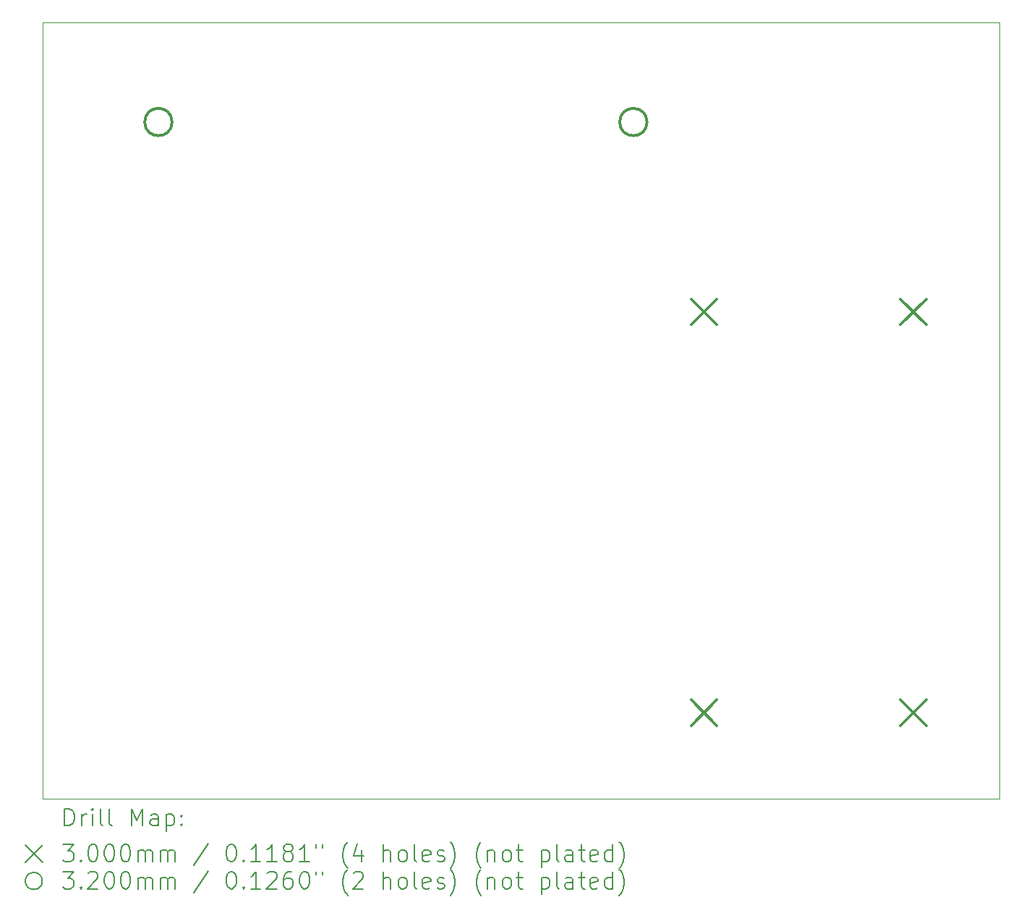
<source format=gbr>
%TF.GenerationSoftware,KiCad,Pcbnew,7.0.7*%
%TF.CreationDate,2023-11-20T10:45:52-05:00*%
%TF.ProjectId,Pocillo Termosensible,506f6369-6c6c-46f2-9054-65726d6f7365,rev?*%
%TF.SameCoordinates,Original*%
%TF.FileFunction,Drillmap*%
%TF.FilePolarity,Positive*%
%FSLAX45Y45*%
G04 Gerber Fmt 4.5, Leading zero omitted, Abs format (unit mm)*
G04 Created by KiCad (PCBNEW 7.0.7) date 2023-11-20 10:45:52*
%MOMM*%
%LPD*%
G01*
G04 APERTURE LIST*
%ADD10C,0.100000*%
%ADD11C,0.200000*%
%ADD12C,0.300000*%
%ADD13C,0.320000*%
G04 APERTURE END LIST*
D10*
X6070600Y-3048000D02*
X17272000Y-3048000D01*
X17272000Y-12141200D01*
X6070600Y-12141200D01*
X6070600Y-3048000D01*
D11*
D12*
X13663800Y-6290900D02*
X13963800Y-6590900D01*
X13963800Y-6290900D02*
X13663800Y-6590900D01*
X13663800Y-10985900D02*
X13963800Y-11285900D01*
X13963800Y-10985900D02*
X13663800Y-11285900D01*
X16114800Y-6290900D02*
X16414800Y-6590900D01*
X16414800Y-6290900D02*
X16114800Y-6590900D01*
X16114800Y-10985900D02*
X16414800Y-11285900D01*
X16414800Y-10985900D02*
X16114800Y-11285900D01*
D13*
X7584500Y-4216400D02*
G75*
G03*
X7584500Y-4216400I-160000J0D01*
G01*
X13145500Y-4216400D02*
G75*
G03*
X13145500Y-4216400I-160000J0D01*
G01*
D11*
X6326377Y-12457684D02*
X6326377Y-12257684D01*
X6326377Y-12257684D02*
X6373996Y-12257684D01*
X6373996Y-12257684D02*
X6402567Y-12267208D01*
X6402567Y-12267208D02*
X6421615Y-12286255D01*
X6421615Y-12286255D02*
X6431139Y-12305303D01*
X6431139Y-12305303D02*
X6440662Y-12343398D01*
X6440662Y-12343398D02*
X6440662Y-12371969D01*
X6440662Y-12371969D02*
X6431139Y-12410065D01*
X6431139Y-12410065D02*
X6421615Y-12429112D01*
X6421615Y-12429112D02*
X6402567Y-12448160D01*
X6402567Y-12448160D02*
X6373996Y-12457684D01*
X6373996Y-12457684D02*
X6326377Y-12457684D01*
X6526377Y-12457684D02*
X6526377Y-12324350D01*
X6526377Y-12362446D02*
X6535901Y-12343398D01*
X6535901Y-12343398D02*
X6545424Y-12333874D01*
X6545424Y-12333874D02*
X6564472Y-12324350D01*
X6564472Y-12324350D02*
X6583520Y-12324350D01*
X6650186Y-12457684D02*
X6650186Y-12324350D01*
X6650186Y-12257684D02*
X6640662Y-12267208D01*
X6640662Y-12267208D02*
X6650186Y-12276731D01*
X6650186Y-12276731D02*
X6659710Y-12267208D01*
X6659710Y-12267208D02*
X6650186Y-12257684D01*
X6650186Y-12257684D02*
X6650186Y-12276731D01*
X6773996Y-12457684D02*
X6754948Y-12448160D01*
X6754948Y-12448160D02*
X6745424Y-12429112D01*
X6745424Y-12429112D02*
X6745424Y-12257684D01*
X6878758Y-12457684D02*
X6859710Y-12448160D01*
X6859710Y-12448160D02*
X6850186Y-12429112D01*
X6850186Y-12429112D02*
X6850186Y-12257684D01*
X7107329Y-12457684D02*
X7107329Y-12257684D01*
X7107329Y-12257684D02*
X7173996Y-12400541D01*
X7173996Y-12400541D02*
X7240662Y-12257684D01*
X7240662Y-12257684D02*
X7240662Y-12457684D01*
X7421615Y-12457684D02*
X7421615Y-12352922D01*
X7421615Y-12352922D02*
X7412091Y-12333874D01*
X7412091Y-12333874D02*
X7393043Y-12324350D01*
X7393043Y-12324350D02*
X7354948Y-12324350D01*
X7354948Y-12324350D02*
X7335901Y-12333874D01*
X7421615Y-12448160D02*
X7402567Y-12457684D01*
X7402567Y-12457684D02*
X7354948Y-12457684D01*
X7354948Y-12457684D02*
X7335901Y-12448160D01*
X7335901Y-12448160D02*
X7326377Y-12429112D01*
X7326377Y-12429112D02*
X7326377Y-12410065D01*
X7326377Y-12410065D02*
X7335901Y-12391017D01*
X7335901Y-12391017D02*
X7354948Y-12381493D01*
X7354948Y-12381493D02*
X7402567Y-12381493D01*
X7402567Y-12381493D02*
X7421615Y-12371969D01*
X7516853Y-12324350D02*
X7516853Y-12524350D01*
X7516853Y-12333874D02*
X7535901Y-12324350D01*
X7535901Y-12324350D02*
X7573996Y-12324350D01*
X7573996Y-12324350D02*
X7593043Y-12333874D01*
X7593043Y-12333874D02*
X7602567Y-12343398D01*
X7602567Y-12343398D02*
X7612091Y-12362446D01*
X7612091Y-12362446D02*
X7612091Y-12419588D01*
X7612091Y-12419588D02*
X7602567Y-12438636D01*
X7602567Y-12438636D02*
X7593043Y-12448160D01*
X7593043Y-12448160D02*
X7573996Y-12457684D01*
X7573996Y-12457684D02*
X7535901Y-12457684D01*
X7535901Y-12457684D02*
X7516853Y-12448160D01*
X7697805Y-12438636D02*
X7707329Y-12448160D01*
X7707329Y-12448160D02*
X7697805Y-12457684D01*
X7697805Y-12457684D02*
X7688282Y-12448160D01*
X7688282Y-12448160D02*
X7697805Y-12438636D01*
X7697805Y-12438636D02*
X7697805Y-12457684D01*
X7697805Y-12333874D02*
X7707329Y-12343398D01*
X7707329Y-12343398D02*
X7697805Y-12352922D01*
X7697805Y-12352922D02*
X7688282Y-12343398D01*
X7688282Y-12343398D02*
X7697805Y-12333874D01*
X7697805Y-12333874D02*
X7697805Y-12352922D01*
X5865600Y-12686200D02*
X6065600Y-12886200D01*
X6065600Y-12686200D02*
X5865600Y-12886200D01*
X6307329Y-12677684D02*
X6431139Y-12677684D01*
X6431139Y-12677684D02*
X6364472Y-12753874D01*
X6364472Y-12753874D02*
X6393043Y-12753874D01*
X6393043Y-12753874D02*
X6412091Y-12763398D01*
X6412091Y-12763398D02*
X6421615Y-12772922D01*
X6421615Y-12772922D02*
X6431139Y-12791969D01*
X6431139Y-12791969D02*
X6431139Y-12839588D01*
X6431139Y-12839588D02*
X6421615Y-12858636D01*
X6421615Y-12858636D02*
X6412091Y-12868160D01*
X6412091Y-12868160D02*
X6393043Y-12877684D01*
X6393043Y-12877684D02*
X6335901Y-12877684D01*
X6335901Y-12877684D02*
X6316853Y-12868160D01*
X6316853Y-12868160D02*
X6307329Y-12858636D01*
X6516853Y-12858636D02*
X6526377Y-12868160D01*
X6526377Y-12868160D02*
X6516853Y-12877684D01*
X6516853Y-12877684D02*
X6507329Y-12868160D01*
X6507329Y-12868160D02*
X6516853Y-12858636D01*
X6516853Y-12858636D02*
X6516853Y-12877684D01*
X6650186Y-12677684D02*
X6669234Y-12677684D01*
X6669234Y-12677684D02*
X6688282Y-12687208D01*
X6688282Y-12687208D02*
X6697805Y-12696731D01*
X6697805Y-12696731D02*
X6707329Y-12715779D01*
X6707329Y-12715779D02*
X6716853Y-12753874D01*
X6716853Y-12753874D02*
X6716853Y-12801493D01*
X6716853Y-12801493D02*
X6707329Y-12839588D01*
X6707329Y-12839588D02*
X6697805Y-12858636D01*
X6697805Y-12858636D02*
X6688282Y-12868160D01*
X6688282Y-12868160D02*
X6669234Y-12877684D01*
X6669234Y-12877684D02*
X6650186Y-12877684D01*
X6650186Y-12877684D02*
X6631139Y-12868160D01*
X6631139Y-12868160D02*
X6621615Y-12858636D01*
X6621615Y-12858636D02*
X6612091Y-12839588D01*
X6612091Y-12839588D02*
X6602567Y-12801493D01*
X6602567Y-12801493D02*
X6602567Y-12753874D01*
X6602567Y-12753874D02*
X6612091Y-12715779D01*
X6612091Y-12715779D02*
X6621615Y-12696731D01*
X6621615Y-12696731D02*
X6631139Y-12687208D01*
X6631139Y-12687208D02*
X6650186Y-12677684D01*
X6840662Y-12677684D02*
X6859710Y-12677684D01*
X6859710Y-12677684D02*
X6878758Y-12687208D01*
X6878758Y-12687208D02*
X6888282Y-12696731D01*
X6888282Y-12696731D02*
X6897805Y-12715779D01*
X6897805Y-12715779D02*
X6907329Y-12753874D01*
X6907329Y-12753874D02*
X6907329Y-12801493D01*
X6907329Y-12801493D02*
X6897805Y-12839588D01*
X6897805Y-12839588D02*
X6888282Y-12858636D01*
X6888282Y-12858636D02*
X6878758Y-12868160D01*
X6878758Y-12868160D02*
X6859710Y-12877684D01*
X6859710Y-12877684D02*
X6840662Y-12877684D01*
X6840662Y-12877684D02*
X6821615Y-12868160D01*
X6821615Y-12868160D02*
X6812091Y-12858636D01*
X6812091Y-12858636D02*
X6802567Y-12839588D01*
X6802567Y-12839588D02*
X6793043Y-12801493D01*
X6793043Y-12801493D02*
X6793043Y-12753874D01*
X6793043Y-12753874D02*
X6802567Y-12715779D01*
X6802567Y-12715779D02*
X6812091Y-12696731D01*
X6812091Y-12696731D02*
X6821615Y-12687208D01*
X6821615Y-12687208D02*
X6840662Y-12677684D01*
X7031139Y-12677684D02*
X7050186Y-12677684D01*
X7050186Y-12677684D02*
X7069234Y-12687208D01*
X7069234Y-12687208D02*
X7078758Y-12696731D01*
X7078758Y-12696731D02*
X7088282Y-12715779D01*
X7088282Y-12715779D02*
X7097805Y-12753874D01*
X7097805Y-12753874D02*
X7097805Y-12801493D01*
X7097805Y-12801493D02*
X7088282Y-12839588D01*
X7088282Y-12839588D02*
X7078758Y-12858636D01*
X7078758Y-12858636D02*
X7069234Y-12868160D01*
X7069234Y-12868160D02*
X7050186Y-12877684D01*
X7050186Y-12877684D02*
X7031139Y-12877684D01*
X7031139Y-12877684D02*
X7012091Y-12868160D01*
X7012091Y-12868160D02*
X7002567Y-12858636D01*
X7002567Y-12858636D02*
X6993043Y-12839588D01*
X6993043Y-12839588D02*
X6983520Y-12801493D01*
X6983520Y-12801493D02*
X6983520Y-12753874D01*
X6983520Y-12753874D02*
X6993043Y-12715779D01*
X6993043Y-12715779D02*
X7002567Y-12696731D01*
X7002567Y-12696731D02*
X7012091Y-12687208D01*
X7012091Y-12687208D02*
X7031139Y-12677684D01*
X7183520Y-12877684D02*
X7183520Y-12744350D01*
X7183520Y-12763398D02*
X7193043Y-12753874D01*
X7193043Y-12753874D02*
X7212091Y-12744350D01*
X7212091Y-12744350D02*
X7240663Y-12744350D01*
X7240663Y-12744350D02*
X7259710Y-12753874D01*
X7259710Y-12753874D02*
X7269234Y-12772922D01*
X7269234Y-12772922D02*
X7269234Y-12877684D01*
X7269234Y-12772922D02*
X7278758Y-12753874D01*
X7278758Y-12753874D02*
X7297805Y-12744350D01*
X7297805Y-12744350D02*
X7326377Y-12744350D01*
X7326377Y-12744350D02*
X7345424Y-12753874D01*
X7345424Y-12753874D02*
X7354948Y-12772922D01*
X7354948Y-12772922D02*
X7354948Y-12877684D01*
X7450186Y-12877684D02*
X7450186Y-12744350D01*
X7450186Y-12763398D02*
X7459710Y-12753874D01*
X7459710Y-12753874D02*
X7478758Y-12744350D01*
X7478758Y-12744350D02*
X7507329Y-12744350D01*
X7507329Y-12744350D02*
X7526377Y-12753874D01*
X7526377Y-12753874D02*
X7535901Y-12772922D01*
X7535901Y-12772922D02*
X7535901Y-12877684D01*
X7535901Y-12772922D02*
X7545424Y-12753874D01*
X7545424Y-12753874D02*
X7564472Y-12744350D01*
X7564472Y-12744350D02*
X7593043Y-12744350D01*
X7593043Y-12744350D02*
X7612091Y-12753874D01*
X7612091Y-12753874D02*
X7621615Y-12772922D01*
X7621615Y-12772922D02*
X7621615Y-12877684D01*
X8012091Y-12668160D02*
X7840663Y-12925303D01*
X8269234Y-12677684D02*
X8288282Y-12677684D01*
X8288282Y-12677684D02*
X8307329Y-12687208D01*
X8307329Y-12687208D02*
X8316853Y-12696731D01*
X8316853Y-12696731D02*
X8326377Y-12715779D01*
X8326377Y-12715779D02*
X8335901Y-12753874D01*
X8335901Y-12753874D02*
X8335901Y-12801493D01*
X8335901Y-12801493D02*
X8326377Y-12839588D01*
X8326377Y-12839588D02*
X8316853Y-12858636D01*
X8316853Y-12858636D02*
X8307329Y-12868160D01*
X8307329Y-12868160D02*
X8288282Y-12877684D01*
X8288282Y-12877684D02*
X8269234Y-12877684D01*
X8269234Y-12877684D02*
X8250186Y-12868160D01*
X8250186Y-12868160D02*
X8240663Y-12858636D01*
X8240663Y-12858636D02*
X8231139Y-12839588D01*
X8231139Y-12839588D02*
X8221615Y-12801493D01*
X8221615Y-12801493D02*
X8221615Y-12753874D01*
X8221615Y-12753874D02*
X8231139Y-12715779D01*
X8231139Y-12715779D02*
X8240663Y-12696731D01*
X8240663Y-12696731D02*
X8250186Y-12687208D01*
X8250186Y-12687208D02*
X8269234Y-12677684D01*
X8421615Y-12858636D02*
X8431139Y-12868160D01*
X8431139Y-12868160D02*
X8421615Y-12877684D01*
X8421615Y-12877684D02*
X8412091Y-12868160D01*
X8412091Y-12868160D02*
X8421615Y-12858636D01*
X8421615Y-12858636D02*
X8421615Y-12877684D01*
X8621615Y-12877684D02*
X8507329Y-12877684D01*
X8564472Y-12877684D02*
X8564472Y-12677684D01*
X8564472Y-12677684D02*
X8545425Y-12706255D01*
X8545425Y-12706255D02*
X8526377Y-12725303D01*
X8526377Y-12725303D02*
X8507329Y-12734827D01*
X8812091Y-12877684D02*
X8697806Y-12877684D01*
X8754948Y-12877684D02*
X8754948Y-12677684D01*
X8754948Y-12677684D02*
X8735901Y-12706255D01*
X8735901Y-12706255D02*
X8716853Y-12725303D01*
X8716853Y-12725303D02*
X8697806Y-12734827D01*
X8926377Y-12763398D02*
X8907329Y-12753874D01*
X8907329Y-12753874D02*
X8897806Y-12744350D01*
X8897806Y-12744350D02*
X8888282Y-12725303D01*
X8888282Y-12725303D02*
X8888282Y-12715779D01*
X8888282Y-12715779D02*
X8897806Y-12696731D01*
X8897806Y-12696731D02*
X8907329Y-12687208D01*
X8907329Y-12687208D02*
X8926377Y-12677684D01*
X8926377Y-12677684D02*
X8964472Y-12677684D01*
X8964472Y-12677684D02*
X8983520Y-12687208D01*
X8983520Y-12687208D02*
X8993044Y-12696731D01*
X8993044Y-12696731D02*
X9002568Y-12715779D01*
X9002568Y-12715779D02*
X9002568Y-12725303D01*
X9002568Y-12725303D02*
X8993044Y-12744350D01*
X8993044Y-12744350D02*
X8983520Y-12753874D01*
X8983520Y-12753874D02*
X8964472Y-12763398D01*
X8964472Y-12763398D02*
X8926377Y-12763398D01*
X8926377Y-12763398D02*
X8907329Y-12772922D01*
X8907329Y-12772922D02*
X8897806Y-12782446D01*
X8897806Y-12782446D02*
X8888282Y-12801493D01*
X8888282Y-12801493D02*
X8888282Y-12839588D01*
X8888282Y-12839588D02*
X8897806Y-12858636D01*
X8897806Y-12858636D02*
X8907329Y-12868160D01*
X8907329Y-12868160D02*
X8926377Y-12877684D01*
X8926377Y-12877684D02*
X8964472Y-12877684D01*
X8964472Y-12877684D02*
X8983520Y-12868160D01*
X8983520Y-12868160D02*
X8993044Y-12858636D01*
X8993044Y-12858636D02*
X9002568Y-12839588D01*
X9002568Y-12839588D02*
X9002568Y-12801493D01*
X9002568Y-12801493D02*
X8993044Y-12782446D01*
X8993044Y-12782446D02*
X8983520Y-12772922D01*
X8983520Y-12772922D02*
X8964472Y-12763398D01*
X9193044Y-12877684D02*
X9078758Y-12877684D01*
X9135901Y-12877684D02*
X9135901Y-12677684D01*
X9135901Y-12677684D02*
X9116853Y-12706255D01*
X9116853Y-12706255D02*
X9097806Y-12725303D01*
X9097806Y-12725303D02*
X9078758Y-12734827D01*
X9269234Y-12677684D02*
X9269234Y-12715779D01*
X9345425Y-12677684D02*
X9345425Y-12715779D01*
X9640663Y-12953874D02*
X9631139Y-12944350D01*
X9631139Y-12944350D02*
X9612091Y-12915779D01*
X9612091Y-12915779D02*
X9602568Y-12896731D01*
X9602568Y-12896731D02*
X9593044Y-12868160D01*
X9593044Y-12868160D02*
X9583520Y-12820541D01*
X9583520Y-12820541D02*
X9583520Y-12782446D01*
X9583520Y-12782446D02*
X9593044Y-12734827D01*
X9593044Y-12734827D02*
X9602568Y-12706255D01*
X9602568Y-12706255D02*
X9612091Y-12687208D01*
X9612091Y-12687208D02*
X9631139Y-12658636D01*
X9631139Y-12658636D02*
X9640663Y-12649112D01*
X9802568Y-12744350D02*
X9802568Y-12877684D01*
X9754949Y-12668160D02*
X9707330Y-12811017D01*
X9707330Y-12811017D02*
X9831139Y-12811017D01*
X10059711Y-12877684D02*
X10059711Y-12677684D01*
X10145425Y-12877684D02*
X10145425Y-12772922D01*
X10145425Y-12772922D02*
X10135901Y-12753874D01*
X10135901Y-12753874D02*
X10116853Y-12744350D01*
X10116853Y-12744350D02*
X10088282Y-12744350D01*
X10088282Y-12744350D02*
X10069234Y-12753874D01*
X10069234Y-12753874D02*
X10059711Y-12763398D01*
X10269234Y-12877684D02*
X10250187Y-12868160D01*
X10250187Y-12868160D02*
X10240663Y-12858636D01*
X10240663Y-12858636D02*
X10231139Y-12839588D01*
X10231139Y-12839588D02*
X10231139Y-12782446D01*
X10231139Y-12782446D02*
X10240663Y-12763398D01*
X10240663Y-12763398D02*
X10250187Y-12753874D01*
X10250187Y-12753874D02*
X10269234Y-12744350D01*
X10269234Y-12744350D02*
X10297806Y-12744350D01*
X10297806Y-12744350D02*
X10316853Y-12753874D01*
X10316853Y-12753874D02*
X10326377Y-12763398D01*
X10326377Y-12763398D02*
X10335901Y-12782446D01*
X10335901Y-12782446D02*
X10335901Y-12839588D01*
X10335901Y-12839588D02*
X10326377Y-12858636D01*
X10326377Y-12858636D02*
X10316853Y-12868160D01*
X10316853Y-12868160D02*
X10297806Y-12877684D01*
X10297806Y-12877684D02*
X10269234Y-12877684D01*
X10450187Y-12877684D02*
X10431139Y-12868160D01*
X10431139Y-12868160D02*
X10421615Y-12849112D01*
X10421615Y-12849112D02*
X10421615Y-12677684D01*
X10602568Y-12868160D02*
X10583520Y-12877684D01*
X10583520Y-12877684D02*
X10545425Y-12877684D01*
X10545425Y-12877684D02*
X10526377Y-12868160D01*
X10526377Y-12868160D02*
X10516853Y-12849112D01*
X10516853Y-12849112D02*
X10516853Y-12772922D01*
X10516853Y-12772922D02*
X10526377Y-12753874D01*
X10526377Y-12753874D02*
X10545425Y-12744350D01*
X10545425Y-12744350D02*
X10583520Y-12744350D01*
X10583520Y-12744350D02*
X10602568Y-12753874D01*
X10602568Y-12753874D02*
X10612092Y-12772922D01*
X10612092Y-12772922D02*
X10612092Y-12791969D01*
X10612092Y-12791969D02*
X10516853Y-12811017D01*
X10688282Y-12868160D02*
X10707330Y-12877684D01*
X10707330Y-12877684D02*
X10745425Y-12877684D01*
X10745425Y-12877684D02*
X10764473Y-12868160D01*
X10764473Y-12868160D02*
X10773996Y-12849112D01*
X10773996Y-12849112D02*
X10773996Y-12839588D01*
X10773996Y-12839588D02*
X10764473Y-12820541D01*
X10764473Y-12820541D02*
X10745425Y-12811017D01*
X10745425Y-12811017D02*
X10716853Y-12811017D01*
X10716853Y-12811017D02*
X10697806Y-12801493D01*
X10697806Y-12801493D02*
X10688282Y-12782446D01*
X10688282Y-12782446D02*
X10688282Y-12772922D01*
X10688282Y-12772922D02*
X10697806Y-12753874D01*
X10697806Y-12753874D02*
X10716853Y-12744350D01*
X10716853Y-12744350D02*
X10745425Y-12744350D01*
X10745425Y-12744350D02*
X10764473Y-12753874D01*
X10840663Y-12953874D02*
X10850187Y-12944350D01*
X10850187Y-12944350D02*
X10869234Y-12915779D01*
X10869234Y-12915779D02*
X10878758Y-12896731D01*
X10878758Y-12896731D02*
X10888282Y-12868160D01*
X10888282Y-12868160D02*
X10897806Y-12820541D01*
X10897806Y-12820541D02*
X10897806Y-12782446D01*
X10897806Y-12782446D02*
X10888282Y-12734827D01*
X10888282Y-12734827D02*
X10878758Y-12706255D01*
X10878758Y-12706255D02*
X10869234Y-12687208D01*
X10869234Y-12687208D02*
X10850187Y-12658636D01*
X10850187Y-12658636D02*
X10840663Y-12649112D01*
X11202568Y-12953874D02*
X11193044Y-12944350D01*
X11193044Y-12944350D02*
X11173996Y-12915779D01*
X11173996Y-12915779D02*
X11164473Y-12896731D01*
X11164473Y-12896731D02*
X11154949Y-12868160D01*
X11154949Y-12868160D02*
X11145425Y-12820541D01*
X11145425Y-12820541D02*
X11145425Y-12782446D01*
X11145425Y-12782446D02*
X11154949Y-12734827D01*
X11154949Y-12734827D02*
X11164473Y-12706255D01*
X11164473Y-12706255D02*
X11173996Y-12687208D01*
X11173996Y-12687208D02*
X11193044Y-12658636D01*
X11193044Y-12658636D02*
X11202568Y-12649112D01*
X11278758Y-12744350D02*
X11278758Y-12877684D01*
X11278758Y-12763398D02*
X11288282Y-12753874D01*
X11288282Y-12753874D02*
X11307330Y-12744350D01*
X11307330Y-12744350D02*
X11335901Y-12744350D01*
X11335901Y-12744350D02*
X11354949Y-12753874D01*
X11354949Y-12753874D02*
X11364472Y-12772922D01*
X11364472Y-12772922D02*
X11364472Y-12877684D01*
X11488282Y-12877684D02*
X11469234Y-12868160D01*
X11469234Y-12868160D02*
X11459711Y-12858636D01*
X11459711Y-12858636D02*
X11450187Y-12839588D01*
X11450187Y-12839588D02*
X11450187Y-12782446D01*
X11450187Y-12782446D02*
X11459711Y-12763398D01*
X11459711Y-12763398D02*
X11469234Y-12753874D01*
X11469234Y-12753874D02*
X11488282Y-12744350D01*
X11488282Y-12744350D02*
X11516853Y-12744350D01*
X11516853Y-12744350D02*
X11535901Y-12753874D01*
X11535901Y-12753874D02*
X11545425Y-12763398D01*
X11545425Y-12763398D02*
X11554949Y-12782446D01*
X11554949Y-12782446D02*
X11554949Y-12839588D01*
X11554949Y-12839588D02*
X11545425Y-12858636D01*
X11545425Y-12858636D02*
X11535901Y-12868160D01*
X11535901Y-12868160D02*
X11516853Y-12877684D01*
X11516853Y-12877684D02*
X11488282Y-12877684D01*
X11612092Y-12744350D02*
X11688282Y-12744350D01*
X11640663Y-12677684D02*
X11640663Y-12849112D01*
X11640663Y-12849112D02*
X11650187Y-12868160D01*
X11650187Y-12868160D02*
X11669234Y-12877684D01*
X11669234Y-12877684D02*
X11688282Y-12877684D01*
X11907330Y-12744350D02*
X11907330Y-12944350D01*
X11907330Y-12753874D02*
X11926377Y-12744350D01*
X11926377Y-12744350D02*
X11964473Y-12744350D01*
X11964473Y-12744350D02*
X11983520Y-12753874D01*
X11983520Y-12753874D02*
X11993044Y-12763398D01*
X11993044Y-12763398D02*
X12002568Y-12782446D01*
X12002568Y-12782446D02*
X12002568Y-12839588D01*
X12002568Y-12839588D02*
X11993044Y-12858636D01*
X11993044Y-12858636D02*
X11983520Y-12868160D01*
X11983520Y-12868160D02*
X11964473Y-12877684D01*
X11964473Y-12877684D02*
X11926377Y-12877684D01*
X11926377Y-12877684D02*
X11907330Y-12868160D01*
X12116853Y-12877684D02*
X12097806Y-12868160D01*
X12097806Y-12868160D02*
X12088282Y-12849112D01*
X12088282Y-12849112D02*
X12088282Y-12677684D01*
X12278758Y-12877684D02*
X12278758Y-12772922D01*
X12278758Y-12772922D02*
X12269234Y-12753874D01*
X12269234Y-12753874D02*
X12250187Y-12744350D01*
X12250187Y-12744350D02*
X12212092Y-12744350D01*
X12212092Y-12744350D02*
X12193044Y-12753874D01*
X12278758Y-12868160D02*
X12259711Y-12877684D01*
X12259711Y-12877684D02*
X12212092Y-12877684D01*
X12212092Y-12877684D02*
X12193044Y-12868160D01*
X12193044Y-12868160D02*
X12183520Y-12849112D01*
X12183520Y-12849112D02*
X12183520Y-12830065D01*
X12183520Y-12830065D02*
X12193044Y-12811017D01*
X12193044Y-12811017D02*
X12212092Y-12801493D01*
X12212092Y-12801493D02*
X12259711Y-12801493D01*
X12259711Y-12801493D02*
X12278758Y-12791969D01*
X12345425Y-12744350D02*
X12421615Y-12744350D01*
X12373996Y-12677684D02*
X12373996Y-12849112D01*
X12373996Y-12849112D02*
X12383520Y-12868160D01*
X12383520Y-12868160D02*
X12402568Y-12877684D01*
X12402568Y-12877684D02*
X12421615Y-12877684D01*
X12564473Y-12868160D02*
X12545425Y-12877684D01*
X12545425Y-12877684D02*
X12507330Y-12877684D01*
X12507330Y-12877684D02*
X12488282Y-12868160D01*
X12488282Y-12868160D02*
X12478758Y-12849112D01*
X12478758Y-12849112D02*
X12478758Y-12772922D01*
X12478758Y-12772922D02*
X12488282Y-12753874D01*
X12488282Y-12753874D02*
X12507330Y-12744350D01*
X12507330Y-12744350D02*
X12545425Y-12744350D01*
X12545425Y-12744350D02*
X12564473Y-12753874D01*
X12564473Y-12753874D02*
X12573996Y-12772922D01*
X12573996Y-12772922D02*
X12573996Y-12791969D01*
X12573996Y-12791969D02*
X12478758Y-12811017D01*
X12745425Y-12877684D02*
X12745425Y-12677684D01*
X12745425Y-12868160D02*
X12726377Y-12877684D01*
X12726377Y-12877684D02*
X12688282Y-12877684D01*
X12688282Y-12877684D02*
X12669234Y-12868160D01*
X12669234Y-12868160D02*
X12659711Y-12858636D01*
X12659711Y-12858636D02*
X12650187Y-12839588D01*
X12650187Y-12839588D02*
X12650187Y-12782446D01*
X12650187Y-12782446D02*
X12659711Y-12763398D01*
X12659711Y-12763398D02*
X12669234Y-12753874D01*
X12669234Y-12753874D02*
X12688282Y-12744350D01*
X12688282Y-12744350D02*
X12726377Y-12744350D01*
X12726377Y-12744350D02*
X12745425Y-12753874D01*
X12821615Y-12953874D02*
X12831139Y-12944350D01*
X12831139Y-12944350D02*
X12850187Y-12915779D01*
X12850187Y-12915779D02*
X12859711Y-12896731D01*
X12859711Y-12896731D02*
X12869234Y-12868160D01*
X12869234Y-12868160D02*
X12878758Y-12820541D01*
X12878758Y-12820541D02*
X12878758Y-12782446D01*
X12878758Y-12782446D02*
X12869234Y-12734827D01*
X12869234Y-12734827D02*
X12859711Y-12706255D01*
X12859711Y-12706255D02*
X12850187Y-12687208D01*
X12850187Y-12687208D02*
X12831139Y-12658636D01*
X12831139Y-12658636D02*
X12821615Y-12649112D01*
X6065600Y-13106200D02*
G75*
G03*
X6065600Y-13106200I-100000J0D01*
G01*
X6307329Y-12997684D02*
X6431139Y-12997684D01*
X6431139Y-12997684D02*
X6364472Y-13073874D01*
X6364472Y-13073874D02*
X6393043Y-13073874D01*
X6393043Y-13073874D02*
X6412091Y-13083398D01*
X6412091Y-13083398D02*
X6421615Y-13092922D01*
X6421615Y-13092922D02*
X6431139Y-13111969D01*
X6431139Y-13111969D02*
X6431139Y-13159588D01*
X6431139Y-13159588D02*
X6421615Y-13178636D01*
X6421615Y-13178636D02*
X6412091Y-13188160D01*
X6412091Y-13188160D02*
X6393043Y-13197684D01*
X6393043Y-13197684D02*
X6335901Y-13197684D01*
X6335901Y-13197684D02*
X6316853Y-13188160D01*
X6316853Y-13188160D02*
X6307329Y-13178636D01*
X6516853Y-13178636D02*
X6526377Y-13188160D01*
X6526377Y-13188160D02*
X6516853Y-13197684D01*
X6516853Y-13197684D02*
X6507329Y-13188160D01*
X6507329Y-13188160D02*
X6516853Y-13178636D01*
X6516853Y-13178636D02*
X6516853Y-13197684D01*
X6602567Y-13016731D02*
X6612091Y-13007208D01*
X6612091Y-13007208D02*
X6631139Y-12997684D01*
X6631139Y-12997684D02*
X6678758Y-12997684D01*
X6678758Y-12997684D02*
X6697805Y-13007208D01*
X6697805Y-13007208D02*
X6707329Y-13016731D01*
X6707329Y-13016731D02*
X6716853Y-13035779D01*
X6716853Y-13035779D02*
X6716853Y-13054827D01*
X6716853Y-13054827D02*
X6707329Y-13083398D01*
X6707329Y-13083398D02*
X6593043Y-13197684D01*
X6593043Y-13197684D02*
X6716853Y-13197684D01*
X6840662Y-12997684D02*
X6859710Y-12997684D01*
X6859710Y-12997684D02*
X6878758Y-13007208D01*
X6878758Y-13007208D02*
X6888282Y-13016731D01*
X6888282Y-13016731D02*
X6897805Y-13035779D01*
X6897805Y-13035779D02*
X6907329Y-13073874D01*
X6907329Y-13073874D02*
X6907329Y-13121493D01*
X6907329Y-13121493D02*
X6897805Y-13159588D01*
X6897805Y-13159588D02*
X6888282Y-13178636D01*
X6888282Y-13178636D02*
X6878758Y-13188160D01*
X6878758Y-13188160D02*
X6859710Y-13197684D01*
X6859710Y-13197684D02*
X6840662Y-13197684D01*
X6840662Y-13197684D02*
X6821615Y-13188160D01*
X6821615Y-13188160D02*
X6812091Y-13178636D01*
X6812091Y-13178636D02*
X6802567Y-13159588D01*
X6802567Y-13159588D02*
X6793043Y-13121493D01*
X6793043Y-13121493D02*
X6793043Y-13073874D01*
X6793043Y-13073874D02*
X6802567Y-13035779D01*
X6802567Y-13035779D02*
X6812091Y-13016731D01*
X6812091Y-13016731D02*
X6821615Y-13007208D01*
X6821615Y-13007208D02*
X6840662Y-12997684D01*
X7031139Y-12997684D02*
X7050186Y-12997684D01*
X7050186Y-12997684D02*
X7069234Y-13007208D01*
X7069234Y-13007208D02*
X7078758Y-13016731D01*
X7078758Y-13016731D02*
X7088282Y-13035779D01*
X7088282Y-13035779D02*
X7097805Y-13073874D01*
X7097805Y-13073874D02*
X7097805Y-13121493D01*
X7097805Y-13121493D02*
X7088282Y-13159588D01*
X7088282Y-13159588D02*
X7078758Y-13178636D01*
X7078758Y-13178636D02*
X7069234Y-13188160D01*
X7069234Y-13188160D02*
X7050186Y-13197684D01*
X7050186Y-13197684D02*
X7031139Y-13197684D01*
X7031139Y-13197684D02*
X7012091Y-13188160D01*
X7012091Y-13188160D02*
X7002567Y-13178636D01*
X7002567Y-13178636D02*
X6993043Y-13159588D01*
X6993043Y-13159588D02*
X6983520Y-13121493D01*
X6983520Y-13121493D02*
X6983520Y-13073874D01*
X6983520Y-13073874D02*
X6993043Y-13035779D01*
X6993043Y-13035779D02*
X7002567Y-13016731D01*
X7002567Y-13016731D02*
X7012091Y-13007208D01*
X7012091Y-13007208D02*
X7031139Y-12997684D01*
X7183520Y-13197684D02*
X7183520Y-13064350D01*
X7183520Y-13083398D02*
X7193043Y-13073874D01*
X7193043Y-13073874D02*
X7212091Y-13064350D01*
X7212091Y-13064350D02*
X7240663Y-13064350D01*
X7240663Y-13064350D02*
X7259710Y-13073874D01*
X7259710Y-13073874D02*
X7269234Y-13092922D01*
X7269234Y-13092922D02*
X7269234Y-13197684D01*
X7269234Y-13092922D02*
X7278758Y-13073874D01*
X7278758Y-13073874D02*
X7297805Y-13064350D01*
X7297805Y-13064350D02*
X7326377Y-13064350D01*
X7326377Y-13064350D02*
X7345424Y-13073874D01*
X7345424Y-13073874D02*
X7354948Y-13092922D01*
X7354948Y-13092922D02*
X7354948Y-13197684D01*
X7450186Y-13197684D02*
X7450186Y-13064350D01*
X7450186Y-13083398D02*
X7459710Y-13073874D01*
X7459710Y-13073874D02*
X7478758Y-13064350D01*
X7478758Y-13064350D02*
X7507329Y-13064350D01*
X7507329Y-13064350D02*
X7526377Y-13073874D01*
X7526377Y-13073874D02*
X7535901Y-13092922D01*
X7535901Y-13092922D02*
X7535901Y-13197684D01*
X7535901Y-13092922D02*
X7545424Y-13073874D01*
X7545424Y-13073874D02*
X7564472Y-13064350D01*
X7564472Y-13064350D02*
X7593043Y-13064350D01*
X7593043Y-13064350D02*
X7612091Y-13073874D01*
X7612091Y-13073874D02*
X7621615Y-13092922D01*
X7621615Y-13092922D02*
X7621615Y-13197684D01*
X8012091Y-12988160D02*
X7840663Y-13245303D01*
X8269234Y-12997684D02*
X8288282Y-12997684D01*
X8288282Y-12997684D02*
X8307329Y-13007208D01*
X8307329Y-13007208D02*
X8316853Y-13016731D01*
X8316853Y-13016731D02*
X8326377Y-13035779D01*
X8326377Y-13035779D02*
X8335901Y-13073874D01*
X8335901Y-13073874D02*
X8335901Y-13121493D01*
X8335901Y-13121493D02*
X8326377Y-13159588D01*
X8326377Y-13159588D02*
X8316853Y-13178636D01*
X8316853Y-13178636D02*
X8307329Y-13188160D01*
X8307329Y-13188160D02*
X8288282Y-13197684D01*
X8288282Y-13197684D02*
X8269234Y-13197684D01*
X8269234Y-13197684D02*
X8250186Y-13188160D01*
X8250186Y-13188160D02*
X8240663Y-13178636D01*
X8240663Y-13178636D02*
X8231139Y-13159588D01*
X8231139Y-13159588D02*
X8221615Y-13121493D01*
X8221615Y-13121493D02*
X8221615Y-13073874D01*
X8221615Y-13073874D02*
X8231139Y-13035779D01*
X8231139Y-13035779D02*
X8240663Y-13016731D01*
X8240663Y-13016731D02*
X8250186Y-13007208D01*
X8250186Y-13007208D02*
X8269234Y-12997684D01*
X8421615Y-13178636D02*
X8431139Y-13188160D01*
X8431139Y-13188160D02*
X8421615Y-13197684D01*
X8421615Y-13197684D02*
X8412091Y-13188160D01*
X8412091Y-13188160D02*
X8421615Y-13178636D01*
X8421615Y-13178636D02*
X8421615Y-13197684D01*
X8621615Y-13197684D02*
X8507329Y-13197684D01*
X8564472Y-13197684D02*
X8564472Y-12997684D01*
X8564472Y-12997684D02*
X8545425Y-13026255D01*
X8545425Y-13026255D02*
X8526377Y-13045303D01*
X8526377Y-13045303D02*
X8507329Y-13054827D01*
X8697806Y-13016731D02*
X8707329Y-13007208D01*
X8707329Y-13007208D02*
X8726377Y-12997684D01*
X8726377Y-12997684D02*
X8773996Y-12997684D01*
X8773996Y-12997684D02*
X8793044Y-13007208D01*
X8793044Y-13007208D02*
X8802568Y-13016731D01*
X8802568Y-13016731D02*
X8812091Y-13035779D01*
X8812091Y-13035779D02*
X8812091Y-13054827D01*
X8812091Y-13054827D02*
X8802568Y-13083398D01*
X8802568Y-13083398D02*
X8688282Y-13197684D01*
X8688282Y-13197684D02*
X8812091Y-13197684D01*
X8983520Y-12997684D02*
X8945425Y-12997684D01*
X8945425Y-12997684D02*
X8926377Y-13007208D01*
X8926377Y-13007208D02*
X8916853Y-13016731D01*
X8916853Y-13016731D02*
X8897806Y-13045303D01*
X8897806Y-13045303D02*
X8888282Y-13083398D01*
X8888282Y-13083398D02*
X8888282Y-13159588D01*
X8888282Y-13159588D02*
X8897806Y-13178636D01*
X8897806Y-13178636D02*
X8907329Y-13188160D01*
X8907329Y-13188160D02*
X8926377Y-13197684D01*
X8926377Y-13197684D02*
X8964472Y-13197684D01*
X8964472Y-13197684D02*
X8983520Y-13188160D01*
X8983520Y-13188160D02*
X8993044Y-13178636D01*
X8993044Y-13178636D02*
X9002568Y-13159588D01*
X9002568Y-13159588D02*
X9002568Y-13111969D01*
X9002568Y-13111969D02*
X8993044Y-13092922D01*
X8993044Y-13092922D02*
X8983520Y-13083398D01*
X8983520Y-13083398D02*
X8964472Y-13073874D01*
X8964472Y-13073874D02*
X8926377Y-13073874D01*
X8926377Y-13073874D02*
X8907329Y-13083398D01*
X8907329Y-13083398D02*
X8897806Y-13092922D01*
X8897806Y-13092922D02*
X8888282Y-13111969D01*
X9126377Y-12997684D02*
X9145425Y-12997684D01*
X9145425Y-12997684D02*
X9164472Y-13007208D01*
X9164472Y-13007208D02*
X9173996Y-13016731D01*
X9173996Y-13016731D02*
X9183520Y-13035779D01*
X9183520Y-13035779D02*
X9193044Y-13073874D01*
X9193044Y-13073874D02*
X9193044Y-13121493D01*
X9193044Y-13121493D02*
X9183520Y-13159588D01*
X9183520Y-13159588D02*
X9173996Y-13178636D01*
X9173996Y-13178636D02*
X9164472Y-13188160D01*
X9164472Y-13188160D02*
X9145425Y-13197684D01*
X9145425Y-13197684D02*
X9126377Y-13197684D01*
X9126377Y-13197684D02*
X9107329Y-13188160D01*
X9107329Y-13188160D02*
X9097806Y-13178636D01*
X9097806Y-13178636D02*
X9088282Y-13159588D01*
X9088282Y-13159588D02*
X9078758Y-13121493D01*
X9078758Y-13121493D02*
X9078758Y-13073874D01*
X9078758Y-13073874D02*
X9088282Y-13035779D01*
X9088282Y-13035779D02*
X9097806Y-13016731D01*
X9097806Y-13016731D02*
X9107329Y-13007208D01*
X9107329Y-13007208D02*
X9126377Y-12997684D01*
X9269234Y-12997684D02*
X9269234Y-13035779D01*
X9345425Y-12997684D02*
X9345425Y-13035779D01*
X9640663Y-13273874D02*
X9631139Y-13264350D01*
X9631139Y-13264350D02*
X9612091Y-13235779D01*
X9612091Y-13235779D02*
X9602568Y-13216731D01*
X9602568Y-13216731D02*
X9593044Y-13188160D01*
X9593044Y-13188160D02*
X9583520Y-13140541D01*
X9583520Y-13140541D02*
X9583520Y-13102446D01*
X9583520Y-13102446D02*
X9593044Y-13054827D01*
X9593044Y-13054827D02*
X9602568Y-13026255D01*
X9602568Y-13026255D02*
X9612091Y-13007208D01*
X9612091Y-13007208D02*
X9631139Y-12978636D01*
X9631139Y-12978636D02*
X9640663Y-12969112D01*
X9707330Y-13016731D02*
X9716853Y-13007208D01*
X9716853Y-13007208D02*
X9735901Y-12997684D01*
X9735901Y-12997684D02*
X9783520Y-12997684D01*
X9783520Y-12997684D02*
X9802568Y-13007208D01*
X9802568Y-13007208D02*
X9812091Y-13016731D01*
X9812091Y-13016731D02*
X9821615Y-13035779D01*
X9821615Y-13035779D02*
X9821615Y-13054827D01*
X9821615Y-13054827D02*
X9812091Y-13083398D01*
X9812091Y-13083398D02*
X9697806Y-13197684D01*
X9697806Y-13197684D02*
X9821615Y-13197684D01*
X10059711Y-13197684D02*
X10059711Y-12997684D01*
X10145425Y-13197684D02*
X10145425Y-13092922D01*
X10145425Y-13092922D02*
X10135901Y-13073874D01*
X10135901Y-13073874D02*
X10116853Y-13064350D01*
X10116853Y-13064350D02*
X10088282Y-13064350D01*
X10088282Y-13064350D02*
X10069234Y-13073874D01*
X10069234Y-13073874D02*
X10059711Y-13083398D01*
X10269234Y-13197684D02*
X10250187Y-13188160D01*
X10250187Y-13188160D02*
X10240663Y-13178636D01*
X10240663Y-13178636D02*
X10231139Y-13159588D01*
X10231139Y-13159588D02*
X10231139Y-13102446D01*
X10231139Y-13102446D02*
X10240663Y-13083398D01*
X10240663Y-13083398D02*
X10250187Y-13073874D01*
X10250187Y-13073874D02*
X10269234Y-13064350D01*
X10269234Y-13064350D02*
X10297806Y-13064350D01*
X10297806Y-13064350D02*
X10316853Y-13073874D01*
X10316853Y-13073874D02*
X10326377Y-13083398D01*
X10326377Y-13083398D02*
X10335901Y-13102446D01*
X10335901Y-13102446D02*
X10335901Y-13159588D01*
X10335901Y-13159588D02*
X10326377Y-13178636D01*
X10326377Y-13178636D02*
X10316853Y-13188160D01*
X10316853Y-13188160D02*
X10297806Y-13197684D01*
X10297806Y-13197684D02*
X10269234Y-13197684D01*
X10450187Y-13197684D02*
X10431139Y-13188160D01*
X10431139Y-13188160D02*
X10421615Y-13169112D01*
X10421615Y-13169112D02*
X10421615Y-12997684D01*
X10602568Y-13188160D02*
X10583520Y-13197684D01*
X10583520Y-13197684D02*
X10545425Y-13197684D01*
X10545425Y-13197684D02*
X10526377Y-13188160D01*
X10526377Y-13188160D02*
X10516853Y-13169112D01*
X10516853Y-13169112D02*
X10516853Y-13092922D01*
X10516853Y-13092922D02*
X10526377Y-13073874D01*
X10526377Y-13073874D02*
X10545425Y-13064350D01*
X10545425Y-13064350D02*
X10583520Y-13064350D01*
X10583520Y-13064350D02*
X10602568Y-13073874D01*
X10602568Y-13073874D02*
X10612092Y-13092922D01*
X10612092Y-13092922D02*
X10612092Y-13111969D01*
X10612092Y-13111969D02*
X10516853Y-13131017D01*
X10688282Y-13188160D02*
X10707330Y-13197684D01*
X10707330Y-13197684D02*
X10745425Y-13197684D01*
X10745425Y-13197684D02*
X10764473Y-13188160D01*
X10764473Y-13188160D02*
X10773996Y-13169112D01*
X10773996Y-13169112D02*
X10773996Y-13159588D01*
X10773996Y-13159588D02*
X10764473Y-13140541D01*
X10764473Y-13140541D02*
X10745425Y-13131017D01*
X10745425Y-13131017D02*
X10716853Y-13131017D01*
X10716853Y-13131017D02*
X10697806Y-13121493D01*
X10697806Y-13121493D02*
X10688282Y-13102446D01*
X10688282Y-13102446D02*
X10688282Y-13092922D01*
X10688282Y-13092922D02*
X10697806Y-13073874D01*
X10697806Y-13073874D02*
X10716853Y-13064350D01*
X10716853Y-13064350D02*
X10745425Y-13064350D01*
X10745425Y-13064350D02*
X10764473Y-13073874D01*
X10840663Y-13273874D02*
X10850187Y-13264350D01*
X10850187Y-13264350D02*
X10869234Y-13235779D01*
X10869234Y-13235779D02*
X10878758Y-13216731D01*
X10878758Y-13216731D02*
X10888282Y-13188160D01*
X10888282Y-13188160D02*
X10897806Y-13140541D01*
X10897806Y-13140541D02*
X10897806Y-13102446D01*
X10897806Y-13102446D02*
X10888282Y-13054827D01*
X10888282Y-13054827D02*
X10878758Y-13026255D01*
X10878758Y-13026255D02*
X10869234Y-13007208D01*
X10869234Y-13007208D02*
X10850187Y-12978636D01*
X10850187Y-12978636D02*
X10840663Y-12969112D01*
X11202568Y-13273874D02*
X11193044Y-13264350D01*
X11193044Y-13264350D02*
X11173996Y-13235779D01*
X11173996Y-13235779D02*
X11164473Y-13216731D01*
X11164473Y-13216731D02*
X11154949Y-13188160D01*
X11154949Y-13188160D02*
X11145425Y-13140541D01*
X11145425Y-13140541D02*
X11145425Y-13102446D01*
X11145425Y-13102446D02*
X11154949Y-13054827D01*
X11154949Y-13054827D02*
X11164473Y-13026255D01*
X11164473Y-13026255D02*
X11173996Y-13007208D01*
X11173996Y-13007208D02*
X11193044Y-12978636D01*
X11193044Y-12978636D02*
X11202568Y-12969112D01*
X11278758Y-13064350D02*
X11278758Y-13197684D01*
X11278758Y-13083398D02*
X11288282Y-13073874D01*
X11288282Y-13073874D02*
X11307330Y-13064350D01*
X11307330Y-13064350D02*
X11335901Y-13064350D01*
X11335901Y-13064350D02*
X11354949Y-13073874D01*
X11354949Y-13073874D02*
X11364472Y-13092922D01*
X11364472Y-13092922D02*
X11364472Y-13197684D01*
X11488282Y-13197684D02*
X11469234Y-13188160D01*
X11469234Y-13188160D02*
X11459711Y-13178636D01*
X11459711Y-13178636D02*
X11450187Y-13159588D01*
X11450187Y-13159588D02*
X11450187Y-13102446D01*
X11450187Y-13102446D02*
X11459711Y-13083398D01*
X11459711Y-13083398D02*
X11469234Y-13073874D01*
X11469234Y-13073874D02*
X11488282Y-13064350D01*
X11488282Y-13064350D02*
X11516853Y-13064350D01*
X11516853Y-13064350D02*
X11535901Y-13073874D01*
X11535901Y-13073874D02*
X11545425Y-13083398D01*
X11545425Y-13083398D02*
X11554949Y-13102446D01*
X11554949Y-13102446D02*
X11554949Y-13159588D01*
X11554949Y-13159588D02*
X11545425Y-13178636D01*
X11545425Y-13178636D02*
X11535901Y-13188160D01*
X11535901Y-13188160D02*
X11516853Y-13197684D01*
X11516853Y-13197684D02*
X11488282Y-13197684D01*
X11612092Y-13064350D02*
X11688282Y-13064350D01*
X11640663Y-12997684D02*
X11640663Y-13169112D01*
X11640663Y-13169112D02*
X11650187Y-13188160D01*
X11650187Y-13188160D02*
X11669234Y-13197684D01*
X11669234Y-13197684D02*
X11688282Y-13197684D01*
X11907330Y-13064350D02*
X11907330Y-13264350D01*
X11907330Y-13073874D02*
X11926377Y-13064350D01*
X11926377Y-13064350D02*
X11964473Y-13064350D01*
X11964473Y-13064350D02*
X11983520Y-13073874D01*
X11983520Y-13073874D02*
X11993044Y-13083398D01*
X11993044Y-13083398D02*
X12002568Y-13102446D01*
X12002568Y-13102446D02*
X12002568Y-13159588D01*
X12002568Y-13159588D02*
X11993044Y-13178636D01*
X11993044Y-13178636D02*
X11983520Y-13188160D01*
X11983520Y-13188160D02*
X11964473Y-13197684D01*
X11964473Y-13197684D02*
X11926377Y-13197684D01*
X11926377Y-13197684D02*
X11907330Y-13188160D01*
X12116853Y-13197684D02*
X12097806Y-13188160D01*
X12097806Y-13188160D02*
X12088282Y-13169112D01*
X12088282Y-13169112D02*
X12088282Y-12997684D01*
X12278758Y-13197684D02*
X12278758Y-13092922D01*
X12278758Y-13092922D02*
X12269234Y-13073874D01*
X12269234Y-13073874D02*
X12250187Y-13064350D01*
X12250187Y-13064350D02*
X12212092Y-13064350D01*
X12212092Y-13064350D02*
X12193044Y-13073874D01*
X12278758Y-13188160D02*
X12259711Y-13197684D01*
X12259711Y-13197684D02*
X12212092Y-13197684D01*
X12212092Y-13197684D02*
X12193044Y-13188160D01*
X12193044Y-13188160D02*
X12183520Y-13169112D01*
X12183520Y-13169112D02*
X12183520Y-13150065D01*
X12183520Y-13150065D02*
X12193044Y-13131017D01*
X12193044Y-13131017D02*
X12212092Y-13121493D01*
X12212092Y-13121493D02*
X12259711Y-13121493D01*
X12259711Y-13121493D02*
X12278758Y-13111969D01*
X12345425Y-13064350D02*
X12421615Y-13064350D01*
X12373996Y-12997684D02*
X12373996Y-13169112D01*
X12373996Y-13169112D02*
X12383520Y-13188160D01*
X12383520Y-13188160D02*
X12402568Y-13197684D01*
X12402568Y-13197684D02*
X12421615Y-13197684D01*
X12564473Y-13188160D02*
X12545425Y-13197684D01*
X12545425Y-13197684D02*
X12507330Y-13197684D01*
X12507330Y-13197684D02*
X12488282Y-13188160D01*
X12488282Y-13188160D02*
X12478758Y-13169112D01*
X12478758Y-13169112D02*
X12478758Y-13092922D01*
X12478758Y-13092922D02*
X12488282Y-13073874D01*
X12488282Y-13073874D02*
X12507330Y-13064350D01*
X12507330Y-13064350D02*
X12545425Y-13064350D01*
X12545425Y-13064350D02*
X12564473Y-13073874D01*
X12564473Y-13073874D02*
X12573996Y-13092922D01*
X12573996Y-13092922D02*
X12573996Y-13111969D01*
X12573996Y-13111969D02*
X12478758Y-13131017D01*
X12745425Y-13197684D02*
X12745425Y-12997684D01*
X12745425Y-13188160D02*
X12726377Y-13197684D01*
X12726377Y-13197684D02*
X12688282Y-13197684D01*
X12688282Y-13197684D02*
X12669234Y-13188160D01*
X12669234Y-13188160D02*
X12659711Y-13178636D01*
X12659711Y-13178636D02*
X12650187Y-13159588D01*
X12650187Y-13159588D02*
X12650187Y-13102446D01*
X12650187Y-13102446D02*
X12659711Y-13083398D01*
X12659711Y-13083398D02*
X12669234Y-13073874D01*
X12669234Y-13073874D02*
X12688282Y-13064350D01*
X12688282Y-13064350D02*
X12726377Y-13064350D01*
X12726377Y-13064350D02*
X12745425Y-13073874D01*
X12821615Y-13273874D02*
X12831139Y-13264350D01*
X12831139Y-13264350D02*
X12850187Y-13235779D01*
X12850187Y-13235779D02*
X12859711Y-13216731D01*
X12859711Y-13216731D02*
X12869234Y-13188160D01*
X12869234Y-13188160D02*
X12878758Y-13140541D01*
X12878758Y-13140541D02*
X12878758Y-13102446D01*
X12878758Y-13102446D02*
X12869234Y-13054827D01*
X12869234Y-13054827D02*
X12859711Y-13026255D01*
X12859711Y-13026255D02*
X12850187Y-13007208D01*
X12850187Y-13007208D02*
X12831139Y-12978636D01*
X12831139Y-12978636D02*
X12821615Y-12969112D01*
M02*

</source>
